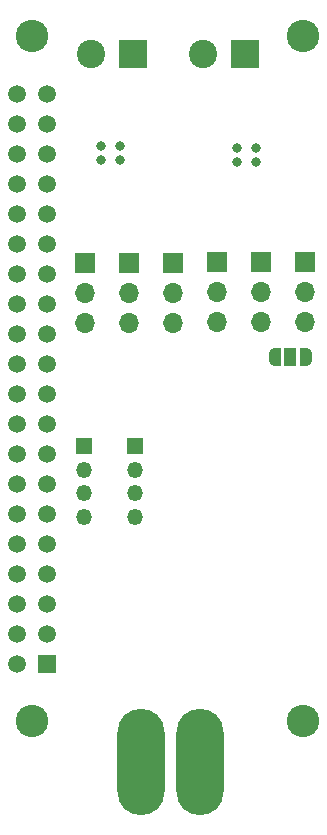
<source format=gbr>
%TF.GenerationSoftware,KiCad,Pcbnew,6.0.7-f9a2dced07~116~ubuntu20.04.1*%
%TF.CreationDate,2022-09-21T16:42:24+02:00*%
%TF.ProjectId,pylot_shield,70796c6f-745f-4736-9869-656c642e6b69,rev?*%
%TF.SameCoordinates,Original*%
%TF.FileFunction,Soldermask,Bot*%
%TF.FilePolarity,Negative*%
%FSLAX46Y46*%
G04 Gerber Fmt 4.6, Leading zero omitted, Abs format (unit mm)*
G04 Created by KiCad (PCBNEW 6.0.7-f9a2dced07~116~ubuntu20.04.1) date 2022-09-21 16:42:24*
%MOMM*%
%LPD*%
G01*
G04 APERTURE LIST*
G04 Aperture macros list*
%AMFreePoly0*
4,1,22,0.550000,-0.750000,0.000000,-0.750000,0.000000,-0.745033,-0.079941,-0.743568,-0.215256,-0.701293,-0.333266,-0.622738,-0.424486,-0.514219,-0.481581,-0.384460,-0.499164,-0.250000,-0.500000,-0.250000,-0.500000,0.250000,-0.499164,0.250000,-0.499963,0.256109,-0.478152,0.396186,-0.417904,0.524511,-0.324060,0.630769,-0.204165,0.706417,-0.067858,0.745374,0.000000,0.744959,0.000000,0.750000,
0.550000,0.750000,0.550000,-0.750000,0.550000,-0.750000,$1*%
%AMFreePoly1*
4,1,20,0.000000,0.744959,0.073905,0.744508,0.209726,0.703889,0.328688,0.626782,0.421226,0.519385,0.479903,0.390333,0.500000,0.250000,0.500000,-0.250000,0.499851,-0.262216,0.476331,-0.402017,0.414519,-0.529596,0.319384,-0.634700,0.198574,-0.708877,0.061801,-0.746166,0.000000,-0.745033,0.000000,-0.750000,-0.550000,-0.750000,-0.550000,0.750000,0.000000,0.750000,0.000000,0.744959,
0.000000,0.744959,$1*%
G04 Aperture macros list end*
%ADD10R,1.700000X1.700000*%
%ADD11O,1.700000X1.700000*%
%ADD12C,0.800000*%
%ADD13R,2.400000X2.400000*%
%ADD14C,2.400000*%
%ADD15R,1.350000X1.350000*%
%ADD16O,1.350000X1.350000*%
%ADD17C,2.750000*%
%ADD18R,1.508000X1.508000*%
%ADD19C,1.508000*%
%ADD20O,4.000000X9.000000*%
%ADD21FreePoly0,0.000000*%
%ADD22R,1.000000X1.500000*%
%ADD23FreePoly1,0.000000*%
G04 APERTURE END LIST*
D10*
X103275000Y-50150000D03*
D11*
X103275000Y-52690000D03*
X103275000Y-55230000D03*
D12*
X85950000Y-40300000D03*
X85950000Y-41500000D03*
X87550000Y-41500000D03*
X87550000Y-40300000D03*
D13*
X98150000Y-32500000D03*
D14*
X94650000Y-32500000D03*
D15*
X88850000Y-65700000D03*
D16*
X88850000Y-67700000D03*
X88850000Y-69700000D03*
X88850000Y-71700000D03*
D15*
X84500000Y-65700000D03*
D16*
X84500000Y-67700000D03*
X84500000Y-69700000D03*
X84500000Y-71700000D03*
D12*
X99075000Y-41675000D03*
X97475000Y-40475000D03*
X97475000Y-41675000D03*
X99075000Y-40475000D03*
D10*
X92100000Y-50175000D03*
D11*
X92100000Y-52715000D03*
X92100000Y-55255000D03*
D17*
X103110000Y-88990000D03*
X80110000Y-30990000D03*
X80110000Y-88990000D03*
X103110000Y-30990000D03*
D18*
X81380000Y-84120000D03*
D19*
X78840000Y-84120000D03*
X81380000Y-81580000D03*
X78840000Y-81580000D03*
X81380000Y-79040000D03*
X78840000Y-79040000D03*
X81380000Y-76500000D03*
X78840000Y-76500000D03*
X81380000Y-73960000D03*
X78840000Y-73960000D03*
X81380000Y-71420000D03*
X78840000Y-71420000D03*
X81380000Y-68880000D03*
X78840000Y-68880000D03*
X81380000Y-66340000D03*
X78840000Y-66340000D03*
X81380000Y-63800000D03*
X78840000Y-63800000D03*
X81380000Y-61260000D03*
X78840000Y-61260000D03*
X81380000Y-58720000D03*
X78840000Y-58720000D03*
X81380000Y-56180000D03*
X78840000Y-56180000D03*
X81380000Y-53640000D03*
X78840000Y-53640000D03*
X81380000Y-51100000D03*
X78840000Y-51100000D03*
X81380000Y-48560000D03*
X78840000Y-48560000D03*
X81380000Y-46020000D03*
X78840000Y-46020000D03*
X81380000Y-43480000D03*
X78840000Y-43480000D03*
X81380000Y-40940000D03*
X78840000Y-40940000D03*
X81380000Y-38400000D03*
X78840000Y-38400000D03*
X81380000Y-35860000D03*
X78840000Y-35860000D03*
D10*
X88375000Y-50175000D03*
D11*
X88375000Y-52715000D03*
X88375000Y-55255000D03*
D20*
X89350000Y-92450000D03*
X94350000Y-92450000D03*
D10*
X99550000Y-50150000D03*
D11*
X99550000Y-52690000D03*
X99550000Y-55230000D03*
D10*
X84650000Y-50175000D03*
D11*
X84650000Y-52715000D03*
X84650000Y-55255000D03*
D10*
X95825000Y-50160000D03*
D11*
X95825000Y-52700000D03*
X95825000Y-55240000D03*
D13*
X88650000Y-32510000D03*
D14*
X85150000Y-32510000D03*
D21*
X100700000Y-58167500D03*
D22*
X102000000Y-58167500D03*
D23*
X103300000Y-58167500D03*
M02*

</source>
